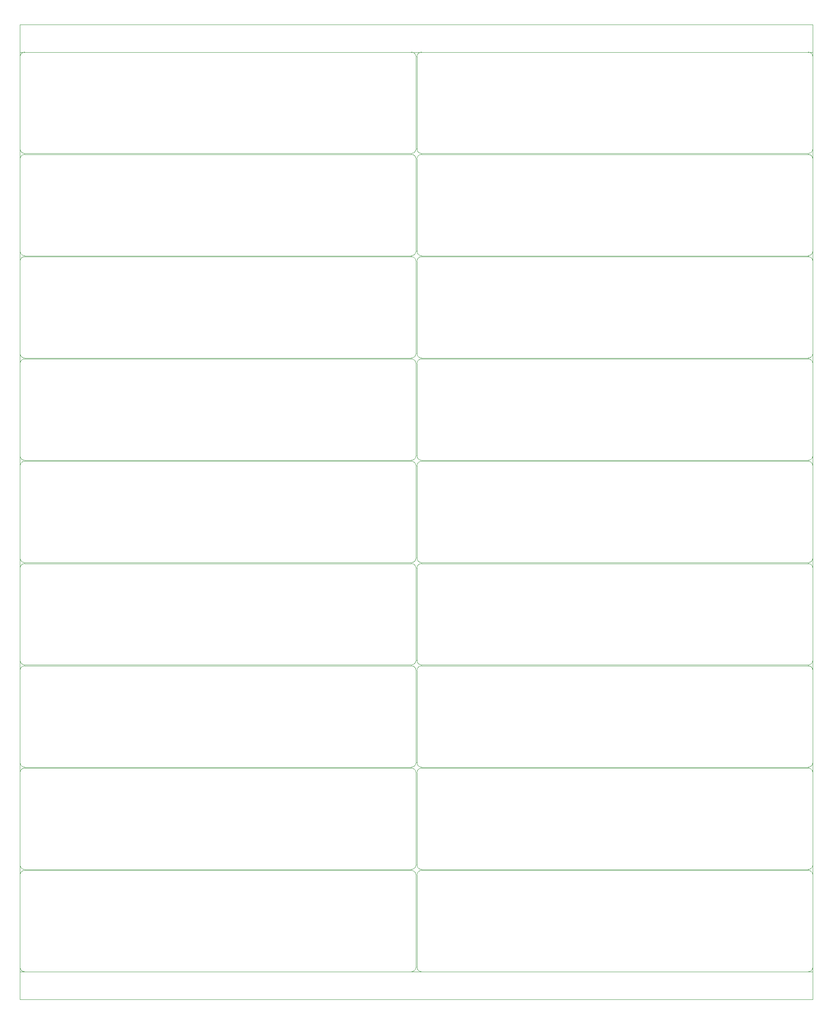
<source format=gbr>
%TF.GenerationSoftware,KiCad,Pcbnew,(5.99.0-11441-g1a5e63bcab)*%
%TF.CreationDate,2022-01-11T09:27:26+01:00*%
%TF.ProjectId,Slider_potentiometer,536c6964-6572-45f7-906f-74656e74696f,V1.1.1.*%
%TF.SameCoordinates,PX5f5e100PYe5d5e40*%
%TF.FileFunction,Profile,NP*%
%FSLAX46Y46*%
G04 Gerber Fmt 4.6, Leading zero omitted, Abs format (unit mm)*
G04 Created by KiCad (PCBNEW (5.99.0-11441-g1a5e63bcab)) date 2022-01-11 09:27:26*
%MOMM*%
%LPD*%
G01*
G04 APERTURE LIST*
%TA.AperFunction,Profile*%
%ADD10C,0.100000*%
%TD*%
G04 APERTURE END LIST*
D10*
X0Y199600000D02*
X172200000Y199600000D01*
X172200000Y199600000D02*
X172200000Y205600000D01*
X172200000Y205600000D02*
X0Y205600000D01*
X0Y205600000D02*
X0Y199600000D01*
X0Y0D02*
X172200000Y0D01*
X172200000Y0D02*
X172200000Y-6000000D01*
X172200000Y-6000000D02*
X0Y-6000000D01*
X0Y-6000000D02*
X0Y0D01*
X0Y0D02*
X172200000Y0D01*
X172200000Y0D02*
X172200000Y199600000D01*
X172200000Y199600000D02*
X0Y199600000D01*
X0Y199600000D02*
X0Y0D01*
X172200000Y198600000D02*
X172200000Y178600000D01*
X172200000Y198600000D02*
G75*
G03*
X171200000Y199600000I-1000000J0D01*
G01*
X86200000Y198600000D02*
G75*
G02*
X87200000Y199600000I1000000J0D01*
G01*
X87200000Y199600000D02*
X171200000Y199600000D01*
X86000000Y198600000D02*
G75*
G03*
X85000000Y199600000I-1000000J0D01*
G01*
X86200000Y178600000D02*
X86200000Y198600000D01*
X172200000Y178600000D02*
G75*
G02*
X171200000Y177600000I-1000000J0D01*
G01*
X86200000Y178600000D02*
G75*
G03*
X87200000Y177600000I1000000J0D01*
G01*
X86000000Y198600000D02*
X86000000Y178600000D01*
X85000000Y177600000D02*
X1000000Y177600000D01*
X1000000Y199600000D02*
X85000000Y199600000D01*
X0Y178600000D02*
X0Y198600000D01*
X171200000Y177600000D02*
X87200000Y177600000D01*
X0Y198600000D02*
G75*
G02*
X1000000Y199600000I1000000J0D01*
G01*
X86000000Y178600000D02*
G75*
G02*
X85000000Y177600000I-1000000J0D01*
G01*
X0Y178600000D02*
G75*
G03*
X1000000Y177600000I1000000J0D01*
G01*
X172200000Y176400000D02*
X172200000Y156400000D01*
X172200000Y176400000D02*
G75*
G03*
X171200000Y177400000I-1000000J0D01*
G01*
X86200000Y176400000D02*
G75*
G02*
X87200000Y177400000I1000000J0D01*
G01*
X87200000Y177400000D02*
X171200000Y177400000D01*
X86000000Y176400000D02*
G75*
G03*
X85000000Y177400000I-1000000J0D01*
G01*
X86200000Y156400000D02*
X86200000Y176400000D01*
X172200000Y156400000D02*
G75*
G02*
X171200000Y155400000I-1000000J0D01*
G01*
X86200000Y156400000D02*
G75*
G03*
X87200000Y155400000I1000000J0D01*
G01*
X86000000Y176400000D02*
X86000000Y156400000D01*
X85000000Y155400000D02*
X1000000Y155400000D01*
X1000000Y177400000D02*
X85000000Y177400000D01*
X0Y156400000D02*
X0Y176400000D01*
X171200000Y155400000D02*
X87200000Y155400000D01*
X0Y176400000D02*
G75*
G02*
X1000000Y177400000I1000000J0D01*
G01*
X86000000Y156400000D02*
G75*
G02*
X85000000Y155400000I-1000000J0D01*
G01*
X0Y156400000D02*
G75*
G03*
X1000000Y155400000I1000000J0D01*
G01*
X172200000Y154200000D02*
X172200000Y134200000D01*
X172200000Y154200000D02*
G75*
G03*
X171200000Y155200000I-1000000J0D01*
G01*
X86200000Y154200000D02*
G75*
G02*
X87200000Y155200000I1000000J0D01*
G01*
X87200000Y155200000D02*
X171200000Y155200000D01*
X86000000Y154200000D02*
G75*
G03*
X85000000Y155200000I-1000000J0D01*
G01*
X86200000Y134200000D02*
X86200000Y154200000D01*
X172200000Y134200000D02*
G75*
G02*
X171200000Y133200000I-1000000J0D01*
G01*
X86200000Y134200000D02*
G75*
G03*
X87200000Y133200000I1000000J0D01*
G01*
X86000000Y154200000D02*
X86000000Y134200000D01*
X85000000Y133200000D02*
X1000000Y133200000D01*
X1000000Y155200000D02*
X85000000Y155200000D01*
X0Y134200000D02*
X0Y154200000D01*
X171200000Y133200000D02*
X87200000Y133200000D01*
X0Y154200000D02*
G75*
G02*
X1000000Y155200000I1000000J0D01*
G01*
X86000000Y134200000D02*
G75*
G02*
X85000000Y133200000I-1000000J0D01*
G01*
X0Y134200000D02*
G75*
G03*
X1000000Y133200000I1000000J0D01*
G01*
X172200000Y132000000D02*
X172200000Y112000000D01*
X172200000Y132000000D02*
G75*
G03*
X171200000Y133000000I-1000000J0D01*
G01*
X86200000Y132000000D02*
G75*
G02*
X87200000Y133000000I1000000J0D01*
G01*
X87200000Y133000000D02*
X171200000Y133000000D01*
X86000000Y132000000D02*
G75*
G03*
X85000000Y133000000I-1000000J0D01*
G01*
X86200000Y112000000D02*
X86200000Y132000000D01*
X172200000Y112000000D02*
G75*
G02*
X171200000Y111000000I-1000000J0D01*
G01*
X86200000Y112000000D02*
G75*
G03*
X87200000Y111000000I1000000J0D01*
G01*
X86000000Y132000000D02*
X86000000Y112000000D01*
X85000000Y111000000D02*
X1000000Y111000000D01*
X1000000Y133000000D02*
X85000000Y133000000D01*
X0Y112000000D02*
X0Y132000000D01*
X171200000Y111000000D02*
X87200000Y111000000D01*
X0Y132000000D02*
G75*
G02*
X1000000Y133000000I1000000J0D01*
G01*
X86000000Y112000000D02*
G75*
G02*
X85000000Y111000000I-1000000J0D01*
G01*
X0Y112000000D02*
G75*
G03*
X1000000Y111000000I1000000J0D01*
G01*
X172200000Y109800000D02*
X172200000Y89800000D01*
X172200000Y109800000D02*
G75*
G03*
X171200000Y110800000I-1000000J0D01*
G01*
X86200000Y109800000D02*
G75*
G02*
X87200000Y110800000I1000000J0D01*
G01*
X87200000Y110800000D02*
X171200000Y110800000D01*
X86000000Y109800000D02*
G75*
G03*
X85000000Y110800000I-1000000J0D01*
G01*
X86200000Y89800000D02*
X86200000Y109800000D01*
X172200000Y89800000D02*
G75*
G02*
X171200000Y88800000I-1000000J0D01*
G01*
X86200000Y89800000D02*
G75*
G03*
X87200000Y88800000I1000000J0D01*
G01*
X86000000Y109800000D02*
X86000000Y89800000D01*
X85000000Y88800000D02*
X1000000Y88800000D01*
X1000000Y110800000D02*
X85000000Y110800000D01*
X0Y89800000D02*
X0Y109800000D01*
X171200000Y88800000D02*
X87200000Y88800000D01*
X0Y109800000D02*
G75*
G02*
X1000000Y110800000I1000000J0D01*
G01*
X86000000Y89800000D02*
G75*
G02*
X85000000Y88800000I-1000000J0D01*
G01*
X0Y89800000D02*
G75*
G03*
X1000000Y88800000I1000000J0D01*
G01*
X172200000Y87600000D02*
X172200000Y67600000D01*
X172200000Y87600000D02*
G75*
G03*
X171200000Y88600000I-1000000J0D01*
G01*
X86200000Y87600000D02*
G75*
G02*
X87200000Y88600000I1000000J0D01*
G01*
X87200000Y88600000D02*
X171200000Y88600000D01*
X86000000Y87600000D02*
G75*
G03*
X85000000Y88600000I-1000000J0D01*
G01*
X86200000Y67600000D02*
X86200000Y87600000D01*
X172200000Y67600000D02*
G75*
G02*
X171200000Y66600000I-1000000J0D01*
G01*
X86200000Y67600000D02*
G75*
G03*
X87200000Y66600000I1000000J0D01*
G01*
X86000000Y87600000D02*
X86000000Y67600000D01*
X85000000Y66600000D02*
X1000000Y66600000D01*
X1000000Y88600000D02*
X85000000Y88600000D01*
X0Y67600000D02*
X0Y87600000D01*
X171200000Y66600000D02*
X87200000Y66600000D01*
X0Y87600000D02*
G75*
G02*
X1000000Y88600000I1000000J0D01*
G01*
X86000000Y67600000D02*
G75*
G02*
X85000000Y66600000I-1000000J0D01*
G01*
X0Y67600000D02*
G75*
G03*
X1000000Y66600000I1000000J0D01*
G01*
X172200000Y65400000D02*
X172200000Y45400000D01*
X172200000Y65400000D02*
G75*
G03*
X171200000Y66400000I-1000000J0D01*
G01*
X86200000Y65400000D02*
G75*
G02*
X87200000Y66400000I1000000J0D01*
G01*
X87200000Y66400000D02*
X171200000Y66400000D01*
X86000000Y65400000D02*
G75*
G03*
X85000000Y66400000I-1000000J0D01*
G01*
X86200000Y45400000D02*
X86200000Y65400000D01*
X172200000Y45400000D02*
G75*
G02*
X171200000Y44400000I-1000000J0D01*
G01*
X86200000Y45400000D02*
G75*
G03*
X87200000Y44400000I1000000J0D01*
G01*
X86000000Y65400000D02*
X86000000Y45400000D01*
X85000000Y44400000D02*
X1000000Y44400000D01*
X1000000Y66400000D02*
X85000000Y66400000D01*
X0Y45400000D02*
X0Y65400000D01*
X171200000Y44400000D02*
X87200000Y44400000D01*
X0Y65400000D02*
G75*
G02*
X1000000Y66400000I1000000J0D01*
G01*
X86000000Y45400000D02*
G75*
G02*
X85000000Y44400000I-1000000J0D01*
G01*
X0Y45400000D02*
G75*
G03*
X1000000Y44400000I1000000J0D01*
G01*
X172200000Y43200000D02*
X172200000Y23200000D01*
X172200000Y43200000D02*
G75*
G03*
X171200000Y44200000I-1000000J0D01*
G01*
X86200000Y43200000D02*
G75*
G02*
X87200000Y44200000I1000000J0D01*
G01*
X87200000Y44200000D02*
X171200000Y44200000D01*
X86000000Y43200000D02*
G75*
G03*
X85000000Y44200000I-1000000J0D01*
G01*
X86200000Y23200000D02*
X86200000Y43200000D01*
X172200000Y23200000D02*
G75*
G02*
X171200000Y22200000I-1000000J0D01*
G01*
X86200000Y23200000D02*
G75*
G03*
X87200000Y22200000I1000000J0D01*
G01*
X86000000Y43200000D02*
X86000000Y23200000D01*
X85000000Y22200000D02*
X1000000Y22200000D01*
X1000000Y44200000D02*
X85000000Y44200000D01*
X0Y23200000D02*
X0Y43200000D01*
X171200000Y22200000D02*
X87200000Y22200000D01*
X0Y43200000D02*
G75*
G02*
X1000000Y44200000I1000000J0D01*
G01*
X86000000Y23200000D02*
G75*
G02*
X85000000Y22200000I-1000000J0D01*
G01*
X0Y23200000D02*
G75*
G03*
X1000000Y22200000I1000000J0D01*
G01*
X172200000Y21000000D02*
G75*
G03*
X171200000Y22000000I-1000000J0D01*
G01*
X172200000Y21000000D02*
X172200000Y1000000D01*
X171200000Y0D02*
X87200000Y0D01*
X87200000Y22000000D02*
X171200000Y22000000D01*
X86200000Y1000000D02*
X86200000Y21000000D01*
X86200000Y21000000D02*
G75*
G02*
X87200000Y22000000I1000000J0D01*
G01*
X172200000Y1000000D02*
G75*
G02*
X171200000Y0I-1000000J0D01*
G01*
X86200000Y1000000D02*
G75*
G03*
X87200000Y0I1000000J0D01*
G01*
X0Y1000000D02*
G75*
G03*
X1000000Y0I1000000J0D01*
G01*
X86000000Y1000000D02*
G75*
G02*
X85000000Y0I-1000000J0D01*
G01*
X0Y21000000D02*
G75*
G02*
X1000000Y22000000I1000000J0D01*
G01*
X86000000Y21000000D02*
G75*
G03*
X85000000Y22000000I-1000000J0D01*
G01*
X86000000Y21000000D02*
X86000000Y1000000D01*
X1000000Y22000000D02*
X85000000Y22000000D01*
X0Y1000000D02*
X0Y21000000D01*
X85000000Y0D02*
X1000000Y0D01*
M02*

</source>
